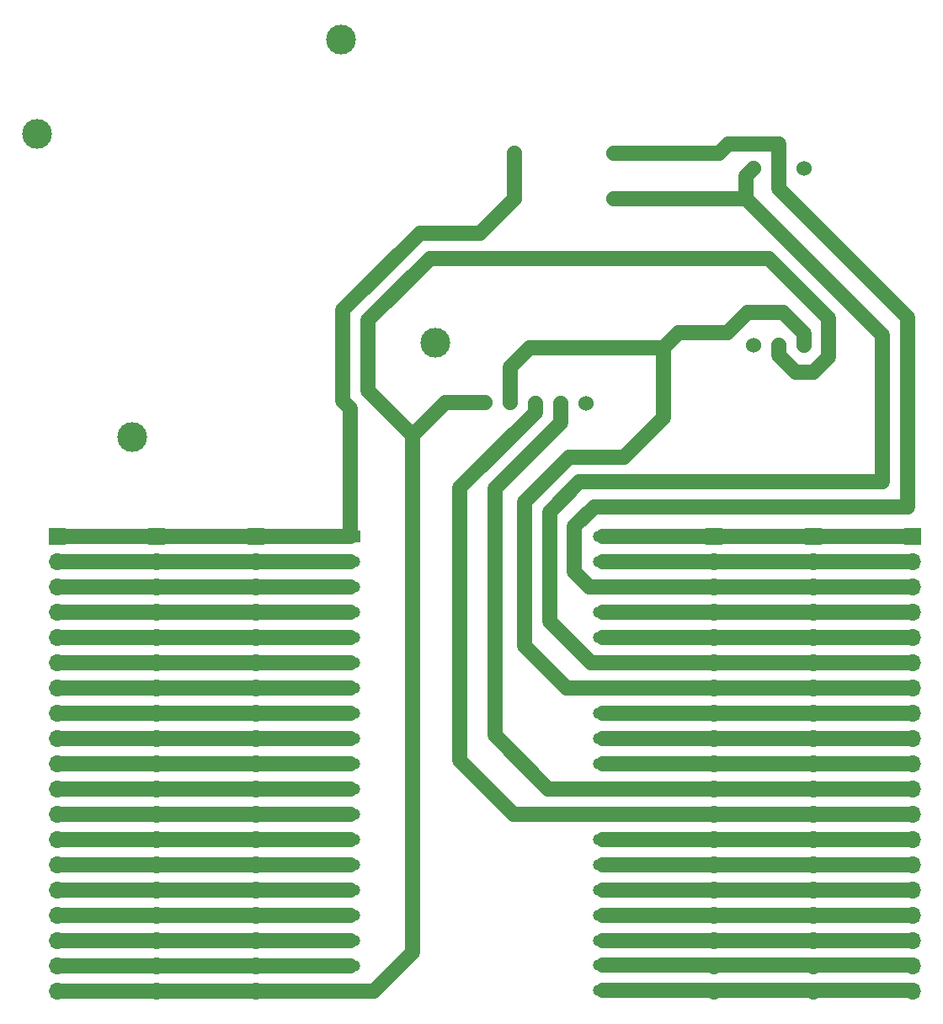
<source format=gbr>
%TF.GenerationSoftware,KiCad,Pcbnew,8.0.1*%
%TF.CreationDate,2024-03-30T12:28:05+03:00*%
%TF.ProjectId,esp32_board,65737033-325f-4626-9f61-72642e6b6963,rev?*%
%TF.SameCoordinates,Original*%
%TF.FileFunction,Copper,L1,Top*%
%TF.FilePolarity,Positive*%
%FSLAX46Y46*%
G04 Gerber Fmt 4.6, Leading zero omitted, Abs format (unit mm)*
G04 Created by KiCad (PCBNEW 8.0.1) date 2024-03-30 12:28:05*
%MOMM*%
%LPD*%
G01*
G04 APERTURE LIST*
%TA.AperFunction,ComponentPad*%
%ADD10R,2.000000X1.200000*%
%TD*%
%TA.AperFunction,ComponentPad*%
%ADD11O,2.000000X1.200000*%
%TD*%
%TA.AperFunction,ComponentPad*%
%ADD12C,1.524000*%
%TD*%
%TA.AperFunction,ComponentPad*%
%ADD13R,1.700000X1.700000*%
%TD*%
%TA.AperFunction,ComponentPad*%
%ADD14O,1.700000X1.700000*%
%TD*%
%TA.AperFunction,ViaPad*%
%ADD15C,3.000000*%
%TD*%
%TA.AperFunction,Conductor*%
%ADD16C,1.500000*%
%TD*%
%TA.AperFunction,Conductor*%
%ADD17C,0.200000*%
%TD*%
G04 APERTURE END LIST*
D10*
%TO.P,U1,1,3V3*%
%TO.N,3V3*%
X134500000Y-92440000D03*
D11*
%TO.P,U1,2,CHIP_PU*%
%TO.N,EN*%
X134500000Y-94980000D03*
%TO.P,U1,3,SENSOR_VP/GPIO36/ADC1_CH0*%
%TO.N,SP*%
X134500000Y-97520000D03*
%TO.P,U1,4,SENSOR_VN/GPIO39/ADC1_CH3*%
%TO.N,SN*%
X134500000Y-100060000D03*
%TO.P,U1,5,VDET_1/GPIO34/ADC1_CH6*%
%TO.N,34*%
X134500000Y-102600000D03*
%TO.P,U1,6,VDET_2/GPIO35/ADC1_CH7*%
%TO.N,35*%
X134500000Y-105140000D03*
%TO.P,U1,7,32K_XP/GPIO32/ADC1_CH4*%
%TO.N,32*%
X134500000Y-107680000D03*
%TO.P,U1,8,32K_XN/GPIO33/ADC1_CH5*%
%TO.N,33*%
X134500000Y-110220000D03*
%TO.P,U1,9,DAC_1/ADC2_CH8/GPIO25*%
%TO.N,25*%
X134500000Y-112760000D03*
%TO.P,U1,10,DAC_2/ADC2_CH9/GPIO26*%
%TO.N,26*%
X134500000Y-115300000D03*
%TO.P,U1,11,ADC2_CH7/GPIO27*%
%TO.N,27*%
X134500000Y-117840000D03*
%TO.P,U1,12,MTMS/GPIO14/ADC2_CH6*%
%TO.N,14*%
X134500000Y-120380000D03*
%TO.P,U1,13,MTDI/GPIO12/ADC2_CH5*%
%TO.N,12*%
X134500000Y-122920000D03*
%TO.P,U1,14,GND*%
%TO.N,GND*%
X134500000Y-125460000D03*
%TO.P,U1,15,MTCK/GPIO13/ADC2_CH4*%
%TO.N,13*%
X134500000Y-128000000D03*
%TO.P,U1,16,SD_DATA2/GPIO9*%
%TO.N,SD2*%
X134500000Y-130540000D03*
%TO.P,U1,17,SD_DATA3/GPIO10*%
%TO.N,SD3*%
X134500000Y-133080000D03*
%TO.P,U1,18,CMD*%
%TO.N,CMD*%
X134500000Y-135620000D03*
%TO.P,U1,19,5V*%
%TO.N,V5*%
X134500000Y-138160000D03*
%TO.P,U1,20,SD_CLK/GPIO6*%
%TO.N,CLK*%
X159896320Y-138157280D03*
%TO.P,U1,21,SD_DATA0/GPIO7*%
%TO.N,SD0*%
X159896320Y-135617280D03*
%TO.P,U1,22,SD_DATA1/GPIO8*%
%TO.N,SD1*%
X159900000Y-133080000D03*
%TO.P,U1,23,MTDO/GPIO15/ADC2_CH3*%
%TO.N,15*%
X159900000Y-130540000D03*
%TO.P,U1,24,ADC2_CH2/GPIO2*%
%TO.N,2*%
X159900000Y-128000000D03*
%TO.P,U1,25,GPIO0/BOOT/ADC2_CH1*%
%TO.N,0*%
X159900000Y-125460000D03*
%TO.P,U1,26,ADC2_CH0/GPIO4*%
%TO.N,4*%
X159900000Y-122920000D03*
%TO.P,U1,27,GPIO16*%
%TO.N,16*%
X159900000Y-120380000D03*
%TO.P,U1,28,GPIO17*%
%TO.N,17*%
X159900000Y-117840000D03*
%TO.P,U1,29,GPIO5*%
%TO.N,5*%
X159900000Y-115300000D03*
%TO.P,U1,30,GPIO18*%
%TO.N,18*%
X159900000Y-112760000D03*
%TO.P,U1,31,GPIO19*%
%TO.N,19*%
X159900000Y-110220000D03*
%TO.P,U1,32,GND*%
%TO.N,GND*%
X159900000Y-107680000D03*
%TO.P,U1,33,GPIO21*%
%TO.N,21*%
X159900000Y-105140000D03*
%TO.P,U1,34,U0RXD/GPIO3*%
%TO.N,RX*%
X159900000Y-102600000D03*
%TO.P,U1,35,U0TXD/GPIO1*%
%TO.N,TX*%
X159900000Y-100060000D03*
%TO.P,U1,36,GPIO22*%
%TO.N,22*%
X159900000Y-97520000D03*
%TO.P,U1,37,GPIO23*%
%TO.N,23*%
X159900000Y-94980000D03*
%TO.P,U1,38,GND*%
%TO.N,GND*%
X159900000Y-92440000D03*
%TD*%
D12*
%TO.P,R1,1*%
%TO.N,3V3*%
X151000000Y-53988000D03*
%TO.P,R1,2*%
%TO.N,22*%
X161000000Y-53988000D03*
%TD*%
%TO.P,R2,1*%
%TO.N,3V3*%
X151000000Y-58500000D03*
%TO.P,R2,2*%
%TO.N,21*%
X161000000Y-58500000D03*
%TD*%
%TO.P,gps1,1,VCC*%
%TO.N,V5*%
X148000000Y-79000000D03*
%TO.P,gps1,2,GND*%
%TO.N,GND*%
X150540000Y-79000000D03*
%TO.P,gps1,3,TX*%
%TO.N,16*%
X153080000Y-79080000D03*
%TO.P,gps1,4,RX*%
%TO.N,17*%
X155620000Y-79080000D03*
%TO.P,gps1,5,PPS*%
%TO.N,unconnected-(gps1-PPS-Pad5)*%
X158160000Y-79080000D03*
%TD*%
D13*
%TO.P,J5,1,Pin_1*%
%TO.N,GND*%
X171000000Y-92480000D03*
D14*
%TO.P,J5,2,Pin_2*%
%TO.N,23*%
X171000000Y-95020000D03*
%TO.P,J5,3,Pin_3*%
%TO.N,22*%
X171000000Y-97560000D03*
%TO.P,J5,4,Pin_4*%
%TO.N,TX*%
X171000000Y-100100000D03*
%TO.P,J5,5,Pin_5*%
%TO.N,RX*%
X171000000Y-102640000D03*
%TO.P,J5,6,Pin_6*%
%TO.N,21*%
X171000000Y-105180000D03*
%TO.P,J5,7,Pin_7*%
%TO.N,GND*%
X171000000Y-107720000D03*
%TO.P,J5,8,Pin_8*%
%TO.N,19*%
X171000000Y-110260000D03*
%TO.P,J5,9,Pin_9*%
%TO.N,18*%
X171000000Y-112800000D03*
%TO.P,J5,10,Pin_10*%
%TO.N,5*%
X171000000Y-115340000D03*
%TO.P,J5,11,Pin_11*%
%TO.N,17*%
X171000000Y-117880000D03*
%TO.P,J5,12,Pin_12*%
%TO.N,16*%
X171000000Y-120420000D03*
%TO.P,J5,13,Pin_13*%
%TO.N,4*%
X171000000Y-122960000D03*
%TO.P,J5,14,Pin_14*%
%TO.N,0*%
X171000000Y-125500000D03*
%TO.P,J5,15,Pin_15*%
%TO.N,2*%
X171000000Y-128040000D03*
%TO.P,J5,16,Pin_16*%
%TO.N,15*%
X171000000Y-130580000D03*
%TO.P,J5,17,Pin_17*%
%TO.N,SD1*%
X171000000Y-133120000D03*
%TO.P,J5,18,Pin_18*%
%TO.N,SD0*%
X171000000Y-135660000D03*
%TO.P,J5,19,Pin_19*%
%TO.N,CLK*%
X171000000Y-138200000D03*
%TD*%
D12*
%TO.P,compass1,1*%
%TO.N,unconnected-(compass1-Pad1)*%
X175000000Y-73300000D03*
%TO.P,compass1,2,V*%
%TO.N,V5*%
X177540000Y-73300000D03*
%TO.P,compass1,3,G*%
%TO.N,GND*%
X180080000Y-73300000D03*
%TO.P,compass1,4,D*%
%TO.N,21*%
X175000000Y-55500000D03*
%TO.P,compass1,5,C*%
%TO.N,22*%
X177540000Y-55500000D03*
%TO.P,compass1,6*%
%TO.N,unconnected-(compass1-Pad6)*%
X180080000Y-55500000D03*
%TD*%
D13*
%TO.P,J1,1,Pin_1*%
%TO.N,GND*%
X191000000Y-92480000D03*
D14*
%TO.P,J1,2,Pin_2*%
%TO.N,23*%
X191000000Y-95020000D03*
%TO.P,J1,3,Pin_3*%
%TO.N,22*%
X191000000Y-97560000D03*
%TO.P,J1,4,Pin_4*%
%TO.N,TX*%
X191000000Y-100100000D03*
%TO.P,J1,5,Pin_5*%
%TO.N,RX*%
X191000000Y-102640000D03*
%TO.P,J1,6,Pin_6*%
%TO.N,21*%
X191000000Y-105180000D03*
%TO.P,J1,7,Pin_7*%
%TO.N,GND*%
X191000000Y-107720000D03*
%TO.P,J1,8,Pin_8*%
%TO.N,19*%
X191000000Y-110260000D03*
%TO.P,J1,9,Pin_9*%
%TO.N,18*%
X191000000Y-112800000D03*
%TO.P,J1,10,Pin_10*%
%TO.N,5*%
X191000000Y-115340000D03*
%TO.P,J1,11,Pin_11*%
%TO.N,17*%
X191000000Y-117880000D03*
%TO.P,J1,12,Pin_12*%
%TO.N,16*%
X191000000Y-120420000D03*
%TO.P,J1,13,Pin_13*%
%TO.N,4*%
X191000000Y-122960000D03*
%TO.P,J1,14,Pin_14*%
%TO.N,0*%
X191000000Y-125500000D03*
%TO.P,J1,15,Pin_15*%
%TO.N,2*%
X191000000Y-128040000D03*
%TO.P,J1,16,Pin_16*%
%TO.N,15*%
X191000000Y-130580000D03*
%TO.P,J1,17,Pin_17*%
%TO.N,SD1*%
X191000000Y-133120000D03*
%TO.P,J1,18,Pin_18*%
%TO.N,SD0*%
X191000000Y-135660000D03*
%TO.P,J1,19,Pin_19*%
%TO.N,CLK*%
X191000000Y-138200000D03*
%TD*%
D13*
%TO.P,J4,1,Pin_1*%
%TO.N,3V3*%
X115000000Y-92480000D03*
D14*
%TO.P,J4,2,Pin_2*%
%TO.N,EN*%
X115000000Y-95020000D03*
%TO.P,J4,3,Pin_3*%
%TO.N,SP*%
X115000000Y-97560000D03*
%TO.P,J4,4,Pin_4*%
%TO.N,SN*%
X115000000Y-100100000D03*
%TO.P,J4,5,Pin_5*%
%TO.N,34*%
X115000000Y-102640000D03*
%TO.P,J4,6,Pin_6*%
%TO.N,35*%
X115000000Y-105180000D03*
%TO.P,J4,7,Pin_7*%
%TO.N,32*%
X115000000Y-107720000D03*
%TO.P,J4,8,Pin_8*%
%TO.N,33*%
X115000000Y-110260000D03*
%TO.P,J4,9,Pin_9*%
%TO.N,25*%
X115000000Y-112800000D03*
%TO.P,J4,10,Pin_10*%
%TO.N,26*%
X115000000Y-115340000D03*
%TO.P,J4,11,Pin_11*%
%TO.N,27*%
X115000000Y-117880000D03*
%TO.P,J4,12,Pin_12*%
%TO.N,14*%
X115000000Y-120420000D03*
%TO.P,J4,13,Pin_13*%
%TO.N,12*%
X115000000Y-122960000D03*
%TO.P,J4,14,Pin_14*%
%TO.N,GND*%
X115000000Y-125500000D03*
%TO.P,J4,15,Pin_15*%
%TO.N,13*%
X115000000Y-128040000D03*
%TO.P,J4,16,Pin_16*%
%TO.N,SD2*%
X115000000Y-130580000D03*
%TO.P,J4,17,Pin_17*%
%TO.N,SD3*%
X115000000Y-133120000D03*
%TO.P,J4,18,Pin_18*%
%TO.N,CMD*%
X115000000Y-135660000D03*
%TO.P,J4,19,Pin_19*%
%TO.N,V5*%
X115000000Y-138200000D03*
%TD*%
D13*
%TO.P,J3,1,Pin_1*%
%TO.N,3V3*%
X125000000Y-92480000D03*
D14*
%TO.P,J3,2,Pin_2*%
%TO.N,EN*%
X125000000Y-95020000D03*
%TO.P,J3,3,Pin_3*%
%TO.N,SP*%
X125000000Y-97560000D03*
%TO.P,J3,4,Pin_4*%
%TO.N,SN*%
X125000000Y-100100000D03*
%TO.P,J3,5,Pin_5*%
%TO.N,34*%
X125000000Y-102640000D03*
%TO.P,J3,6,Pin_6*%
%TO.N,35*%
X125000000Y-105180000D03*
%TO.P,J3,7,Pin_7*%
%TO.N,32*%
X125000000Y-107720000D03*
%TO.P,J3,8,Pin_8*%
%TO.N,33*%
X125000000Y-110260000D03*
%TO.P,J3,9,Pin_9*%
%TO.N,25*%
X125000000Y-112800000D03*
%TO.P,J3,10,Pin_10*%
%TO.N,26*%
X125000000Y-115340000D03*
%TO.P,J3,11,Pin_11*%
%TO.N,27*%
X125000000Y-117880000D03*
%TO.P,J3,12,Pin_12*%
%TO.N,14*%
X125000000Y-120420000D03*
%TO.P,J3,13,Pin_13*%
%TO.N,12*%
X125000000Y-122960000D03*
%TO.P,J3,14,Pin_14*%
%TO.N,GND*%
X125000000Y-125500000D03*
%TO.P,J3,15,Pin_15*%
%TO.N,13*%
X125000000Y-128040000D03*
%TO.P,J3,16,Pin_16*%
%TO.N,SD2*%
X125000000Y-130580000D03*
%TO.P,J3,17,Pin_17*%
%TO.N,SD3*%
X125000000Y-133120000D03*
%TO.P,J3,18,Pin_18*%
%TO.N,CMD*%
X125000000Y-135660000D03*
%TO.P,J3,19,Pin_19*%
%TO.N,V5*%
X125000000Y-138200000D03*
%TD*%
D13*
%TO.P,J2,1,Pin_1*%
%TO.N,3V3*%
X105000000Y-92480000D03*
D14*
%TO.P,J2,2,Pin_2*%
%TO.N,EN*%
X105000000Y-95020000D03*
%TO.P,J2,3,Pin_3*%
%TO.N,SP*%
X105000000Y-97560000D03*
%TO.P,J2,4,Pin_4*%
%TO.N,SN*%
X105000000Y-100100000D03*
%TO.P,J2,5,Pin_5*%
%TO.N,34*%
X105000000Y-102640000D03*
%TO.P,J2,6,Pin_6*%
%TO.N,35*%
X105000000Y-105180000D03*
%TO.P,J2,7,Pin_7*%
%TO.N,32*%
X105000000Y-107720000D03*
%TO.P,J2,8,Pin_8*%
%TO.N,33*%
X105000000Y-110260000D03*
%TO.P,J2,9,Pin_9*%
%TO.N,25*%
X105000000Y-112800000D03*
%TO.P,J2,10,Pin_10*%
%TO.N,26*%
X105000000Y-115340000D03*
%TO.P,J2,11,Pin_11*%
%TO.N,27*%
X105000000Y-117880000D03*
%TO.P,J2,12,Pin_12*%
%TO.N,14*%
X105000000Y-120420000D03*
%TO.P,J2,13,Pin_13*%
%TO.N,12*%
X105000000Y-122960000D03*
%TO.P,J2,14,Pin_14*%
%TO.N,GND*%
X105000000Y-125500000D03*
%TO.P,J2,15,Pin_15*%
%TO.N,13*%
X105000000Y-128040000D03*
%TO.P,J2,16,Pin_16*%
%TO.N,SD2*%
X105000000Y-130580000D03*
%TO.P,J2,17,Pin_17*%
%TO.N,SD3*%
X105000000Y-133120000D03*
%TO.P,J2,18,Pin_18*%
%TO.N,CMD*%
X105000000Y-135660000D03*
%TO.P,J2,19,Pin_19*%
%TO.N,V5*%
X105000000Y-138200000D03*
%TD*%
D13*
%TO.P,J6,1,Pin_1*%
%TO.N,GND*%
X181000000Y-92480000D03*
D14*
%TO.P,J6,2,Pin_2*%
%TO.N,23*%
X181000000Y-95020000D03*
%TO.P,J6,3,Pin_3*%
%TO.N,22*%
X181000000Y-97560000D03*
%TO.P,J6,4,Pin_4*%
%TO.N,TX*%
X181000000Y-100100000D03*
%TO.P,J6,5,Pin_5*%
%TO.N,RX*%
X181000000Y-102640000D03*
%TO.P,J6,6,Pin_6*%
%TO.N,21*%
X181000000Y-105180000D03*
%TO.P,J6,7,Pin_7*%
%TO.N,GND*%
X181000000Y-107720000D03*
%TO.P,J6,8,Pin_8*%
%TO.N,19*%
X181000000Y-110260000D03*
%TO.P,J6,9,Pin_9*%
%TO.N,18*%
X181000000Y-112800000D03*
%TO.P,J6,10,Pin_10*%
%TO.N,5*%
X181000000Y-115340000D03*
%TO.P,J6,11,Pin_11*%
%TO.N,17*%
X181000000Y-117880000D03*
%TO.P,J6,12,Pin_12*%
%TO.N,16*%
X181000000Y-120420000D03*
%TO.P,J6,13,Pin_13*%
%TO.N,4*%
X181000000Y-122960000D03*
%TO.P,J6,14,Pin_14*%
%TO.N,0*%
X181000000Y-125500000D03*
%TO.P,J6,15,Pin_15*%
%TO.N,2*%
X181000000Y-128040000D03*
%TO.P,J6,16,Pin_16*%
%TO.N,15*%
X181000000Y-130580000D03*
%TO.P,J6,17,Pin_17*%
%TO.N,SD1*%
X181000000Y-133120000D03*
%TO.P,J6,18,Pin_18*%
%TO.N,SD0*%
X181000000Y-135660000D03*
%TO.P,J6,19,Pin_19*%
%TO.N,CLK*%
X181000000Y-138200000D03*
%TD*%
D15*
%TO.N,*%
X103000000Y-52000000D03*
X133500000Y-42500000D03*
X143000000Y-73000000D03*
X112500000Y-82500000D03*
%TD*%
D16*
%TO.N,18*%
X190960000Y-112760000D02*
X191000000Y-112800000D01*
X159900000Y-112760000D02*
X190960000Y-112760000D01*
%TO.N,17*%
X155620000Y-81008039D02*
X155620000Y-79080000D01*
X190960000Y-117840000D02*
X191000000Y-117880000D01*
X159900000Y-117840000D02*
X154340000Y-117840000D01*
X149000000Y-87628039D02*
X155620000Y-81008039D01*
X149000000Y-112500000D02*
X149000000Y-87628039D01*
X154340000Y-117840000D02*
X149000000Y-112500000D01*
X159900000Y-117840000D02*
X190960000Y-117840000D01*
%TO.N,2*%
X190960000Y-128000000D02*
X191000000Y-128040000D01*
X159900000Y-128000000D02*
X190960000Y-128000000D01*
%TO.N,4*%
X190580000Y-122920000D02*
X190620000Y-122960000D01*
X190620000Y-122960000D02*
X191000000Y-122960000D01*
X159900000Y-122920000D02*
X190580000Y-122920000D01*
%TO.N,23*%
X159900000Y-94980000D02*
X190960000Y-94980000D01*
X190960000Y-94980000D02*
X191000000Y-95020000D01*
%TO.N,5*%
X190960000Y-115300000D02*
X191000000Y-115340000D01*
X159900000Y-115300000D02*
X190960000Y-115300000D01*
%TO.N,15*%
X159900000Y-130540000D02*
X190960000Y-130540000D01*
X190960000Y-130540000D02*
X191000000Y-130580000D01*
%TO.N,22*%
X159000000Y-89500000D02*
X157000000Y-91500000D01*
X157000000Y-96000000D02*
X158520000Y-97520000D01*
X157000000Y-91500000D02*
X157000000Y-96000000D01*
X177488000Y-52988000D02*
X177540000Y-53040000D01*
X190960000Y-97520000D02*
X191000000Y-97560000D01*
X158520000Y-97520000D02*
X159900000Y-97520000D01*
X161000000Y-53988000D02*
X171512000Y-53988000D01*
X190504385Y-70504385D02*
X190504385Y-89500000D01*
X177540000Y-53040000D02*
X177540000Y-55500000D01*
X177540000Y-57540000D02*
X190504385Y-70504385D01*
X172512000Y-52988000D02*
X177488000Y-52988000D01*
X171512000Y-53988000D02*
X172512000Y-52988000D01*
X177540000Y-53040000D02*
X177540000Y-57540000D01*
X159900000Y-97520000D02*
X190960000Y-97520000D01*
X190504385Y-89500000D02*
X159000000Y-89500000D01*
%TO.N,19*%
X159900000Y-110220000D02*
X190960000Y-110220000D01*
X190960000Y-110220000D02*
X191000000Y-110260000D01*
%TO.N,CLK*%
X159896320Y-138157280D02*
X190957280Y-138157280D01*
X190957280Y-138157280D02*
X191000000Y-138200000D01*
%TO.N,RX*%
X190960000Y-102600000D02*
X191000000Y-102640000D01*
X159900000Y-102600000D02*
X190960000Y-102600000D01*
%TO.N,GND*%
X156180000Y-107680000D02*
X159900000Y-107680000D01*
X134500000Y-125460000D02*
X105040000Y-125460000D01*
X159900000Y-92440000D02*
X190960000Y-92440000D01*
X190960000Y-92440000D02*
X191000000Y-92480000D01*
X150540000Y-75460000D02*
X152500000Y-73500000D01*
X156491125Y-84500000D02*
X152000000Y-88991125D01*
X162000000Y-84500000D02*
X156491125Y-84500000D01*
X174400000Y-70000000D02*
X172400000Y-72000000D01*
X150540000Y-79000000D02*
X150540000Y-75460000D01*
X180080000Y-73300000D02*
X180080000Y-72080000D01*
X166000000Y-73500000D02*
X166000000Y-80500000D01*
X152000000Y-103500000D02*
X156180000Y-107680000D01*
X178000000Y-70000000D02*
X174400000Y-70000000D01*
X105040000Y-125460000D02*
X105000000Y-125500000D01*
X190960000Y-107680000D02*
X191000000Y-107720000D01*
X159900000Y-107680000D02*
X190960000Y-107680000D01*
X180080000Y-72080000D02*
X178000000Y-70000000D01*
X167500000Y-72000000D02*
X166000000Y-73500000D01*
X152500000Y-73500000D02*
X166000000Y-73500000D01*
X172400000Y-72000000D02*
X167500000Y-72000000D01*
X166000000Y-80500000D02*
X162000000Y-84500000D01*
X152000000Y-88991125D02*
X152000000Y-103500000D01*
%TO.N,SD0*%
X190957280Y-135617280D02*
X191000000Y-135660000D01*
X159896320Y-135617280D02*
X190957280Y-135617280D01*
%TO.N,16*%
X159900000Y-120380000D02*
X190960000Y-120380000D01*
X159900000Y-120380000D02*
X150880000Y-120380000D01*
X145500000Y-115000000D02*
X145500000Y-87592505D01*
X153080000Y-80012505D02*
X153080000Y-79080000D01*
X145500000Y-87592505D02*
X153080000Y-80012505D01*
X190960000Y-120380000D02*
X191000000Y-120420000D01*
X150880000Y-120380000D02*
X145500000Y-115000000D01*
%TO.N,TX*%
X159900000Y-100060000D02*
X190960000Y-100060000D01*
X190960000Y-100060000D02*
X191000000Y-100100000D01*
%TO.N,21*%
X154500000Y-101000000D02*
X154500000Y-90026659D01*
X174277432Y-56222568D02*
X174277432Y-58500000D01*
X159900000Y-105140000D02*
X190960000Y-105140000D01*
X188000000Y-72222568D02*
X174277432Y-58500000D01*
X154500000Y-90026659D02*
X157526659Y-87000000D01*
X175000000Y-55500000D02*
X174277432Y-56222568D01*
X190960000Y-105140000D02*
X191000000Y-105180000D01*
X158640000Y-105140000D02*
X154500000Y-101000000D01*
X159900000Y-105140000D02*
X158640000Y-105140000D01*
X161000000Y-58500000D02*
X172000000Y-58500000D01*
X188000000Y-87000000D02*
X188000000Y-72222568D01*
X174277432Y-58500000D02*
X172000000Y-58500000D01*
X157526659Y-87000000D02*
X188000000Y-87000000D01*
%TO.N,0*%
X190960000Y-125460000D02*
X191000000Y-125500000D01*
X159900000Y-125460000D02*
X190960000Y-125460000D01*
%TO.N,SD1*%
X159900000Y-133080000D02*
X190960000Y-133080000D01*
X190960000Y-133080000D02*
X191000000Y-133120000D01*
%TO.N,SD2*%
X134500000Y-130540000D02*
X105040000Y-130540000D01*
X105040000Y-130540000D02*
X105000000Y-130580000D01*
%TO.N,3V3*%
X134460000Y-92480000D02*
X134500000Y-92440000D01*
X141464466Y-62000000D02*
X133741267Y-69723199D01*
X133741267Y-78841625D02*
X134500000Y-79600358D01*
X147500000Y-62000000D02*
X141464466Y-62000000D01*
X151000000Y-53988000D02*
X151000000Y-58500000D01*
X151000000Y-58500000D02*
X147500000Y-62000000D01*
X134500000Y-79600358D02*
X134500000Y-92440000D01*
X133741267Y-69723199D02*
X133741267Y-78841625D01*
X105000000Y-92480000D02*
X134460000Y-92480000D01*
%TO.N,CMD*%
X105040000Y-135620000D02*
X105000000Y-135660000D01*
X134500000Y-135620000D02*
X105040000Y-135620000D01*
%TO.N,34*%
X105040000Y-102600000D02*
X105000000Y-102640000D01*
X134500000Y-102600000D02*
X105040000Y-102600000D01*
%TO.N,25*%
X105040000Y-112760000D02*
X105000000Y-112800000D01*
X134500000Y-112760000D02*
X105040000Y-112760000D01*
%TO.N,35*%
X134500000Y-105140000D02*
X105040000Y-105140000D01*
X105040000Y-105140000D02*
X105000000Y-105180000D01*
%TO.N,13*%
X134500000Y-128000000D02*
X105040000Y-128000000D01*
X105040000Y-128000000D02*
X105000000Y-128040000D01*
%TO.N,14*%
X105040000Y-120380000D02*
X105000000Y-120420000D01*
X134500000Y-120380000D02*
X105040000Y-120380000D01*
%TO.N,33*%
X105040000Y-110220000D02*
X105000000Y-110260000D01*
X134500000Y-110220000D02*
X105040000Y-110220000D01*
%TO.N,V5*%
X142500000Y-64500000D02*
X176500000Y-64500000D01*
X181000000Y-76000000D02*
X179227495Y-76000000D01*
X176500000Y-64500000D02*
X182592000Y-70592000D01*
X136840000Y-138160000D02*
X140717588Y-134282412D01*
D17*
X140717588Y-87202412D02*
X140717588Y-87476321D01*
D16*
X136241267Y-77806091D02*
X136241267Y-70758733D01*
X148000000Y-79000000D02*
X144000000Y-79000000D01*
X144000000Y-79000000D02*
X140717588Y-82282412D01*
X182592000Y-74408000D02*
X181000000Y-76000000D01*
X134500000Y-138160000D02*
X136840000Y-138160000D01*
X177540000Y-74312505D02*
X177540000Y-73300000D01*
X140717588Y-82282412D02*
X136241267Y-77806091D01*
X140717588Y-134282412D02*
X140717588Y-87476321D01*
X134500000Y-138160000D02*
X105040000Y-138160000D01*
X140717588Y-87476321D02*
X140717588Y-82282412D01*
X140717588Y-82282412D02*
X140717588Y-87202412D01*
X136241267Y-70758733D02*
X142500000Y-64500000D01*
X182592000Y-70592000D02*
X182592000Y-74408000D01*
X179227495Y-76000000D02*
X177540000Y-74312505D01*
X105040000Y-138160000D02*
X105000000Y-138200000D01*
%TO.N,SN*%
X105040000Y-100060000D02*
X105000000Y-100100000D01*
X134500000Y-100060000D02*
X105040000Y-100060000D01*
%TO.N,32*%
X105040000Y-107680000D02*
X105000000Y-107720000D01*
X134500000Y-107680000D02*
X105040000Y-107680000D01*
%TO.N,27*%
X105040000Y-117840000D02*
X105000000Y-117880000D01*
X134500000Y-117840000D02*
X105040000Y-117840000D01*
%TO.N,12*%
X134500000Y-122920000D02*
X105040000Y-122920000D01*
X105040000Y-122920000D02*
X105000000Y-122960000D01*
%TO.N,EN*%
X105040000Y-94980000D02*
X105000000Y-95020000D01*
X134500000Y-94980000D02*
X105040000Y-94980000D01*
%TO.N,SP*%
X105040000Y-97520000D02*
X105000000Y-97560000D01*
X134500000Y-97520000D02*
X105040000Y-97520000D01*
%TO.N,SD3*%
X105040000Y-133080000D02*
X105000000Y-133120000D01*
X134500000Y-133080000D02*
X105040000Y-133080000D01*
%TO.N,26*%
X105040000Y-115300000D02*
X105000000Y-115340000D01*
X134500000Y-115300000D02*
X105040000Y-115300000D01*
%TD*%
M02*

</source>
